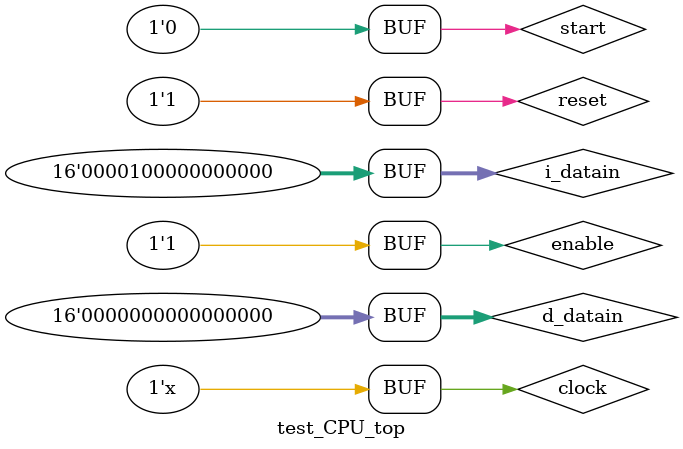
<source format=v>
`timescale 1ns / 1ps
`define exec 1'b1
`define idle 1'b0
`define HALT 5'b00001
`define LOAD 5'b00010
`define STORE 5'b00011
`define ADD 5'b01000
`define BZ 5'b11010
`define BN 5'b11100
`define CMP 5'b01100
`define gr0 3'b000
`define gr1 3'b001
`define gr2 3'b010
`define gr3 3'b011
`define NOP 5'b00000

module test_CPU_top;

	// Inputs
	reg reset;
	reg clock;
	reg enable;
	reg start;
	reg [15:0] i_datain;
	reg [15:0] d_datain;

	// Outputs
	wire d_we;
	wire [7:0] i_addr;
	wire [7:0] d_addr;
	wire [15:0] d_dataout;

	// Instantiate the Unit Under Test (UUT)
	CPU_top uut (
		.reset(reset), 
		.clock(clock), 
		.enable(enable), 
		.start(start), 
		.i_datain(i_datain), 
		.d_datain(d_datain), 
		.d_we(d_we), 
		.i_addr(i_addr), 
		.d_addr(d_addr), 
		.d_dataout(d_dataout)
	);
	always #5 clock = ~clock;
	initial begin
		//************************************************//
		//* You need to complete the testbench below     *//
		//* by yourself according to your operation set  *//
		//************************************************//

		//************* test pattern *************//	
		/*
		$display("pc:\tid_ir:\t\treg_A:\treg_B:\treg_C:\td_addr:\td_dataout:\td_we:\treC1:\tgr1:\tgr2:\tgr3");
		$monitor("%h:\t%b:\t%h:\t%h:\t%h:\t%h:\t%h:\t%b:\t%h:\t%h:\t%h:\t%h", 
			uut.pc, uut.id_ir, uut.reg_A, uut.reg_B, uut.reg_C,
			d_addr, d_dataout, d_we, uut.reg_C1, uut.gr[1], uut.gr[2], uut.gr[3], uut.zf);
		*/
		$monitor("%h %h %h",uut.pc, uut.reg_C, uut.nf);
		enable <= 1; start <= 0; i_datain <= 0; d_datain <= 0; clock <= 0;

		#10 reset <= 0;
		#10 reset <= 1;
		#10 enable <= 1;
		#10 start <=1;
		#10 start <= 0;
		
		#10 i_datain <= {`NOP, 11'b000_0000_0000};
		#10 i_datain <= {`NOP, 11'b000_0000_0000};
		#10 i_datain <= {`NOP, 11'b000_0000_0000};
		#10 i_datain <= 16'b01000_001_0001_0001;
		#10 i_datain <= {`NOP, 11'b000_0000_0000};
		#10 i_datain <= {`NOP, 11'b000_0000_0000};
		#10 i_datain <= {`NOP, 11'b000_0000_0000};
		#10 i_datain <= {`NOP, 11'b000_0000_0000};
		#10 i_datain <= {`NOP, 11'b000_0000_0000};
		#10 i_datain <= 16'b01001_010_0000_0001;
		#10 i_datain <= {`NOP, 11'b000_0000_0000};
		#10 i_datain <= {`NOP, 11'b000_0000_0000};
		#10 i_datain <= {`NOP, 11'b000_0000_0000};
		#10 i_datain <= {`NOP, 11'b000_0000_0000};
		#10 i_datain <= {`NOP, 11'b000_0000_0000};
		#10 i_datain <= {`HALT, 11'b000_0000_0000};
		/*
			i_datain <= {`LOAD, `gr1, 1'b0, `gr0, 4'b0000};
		#10 i_datain <= {`LOAD, `gr2, 1'b0, `gr0, 4'b0001};
		#10 i_datain <= {`NOP, 11'b000_0000_0000};
		#10 i_datain <= {`NOP, 11'b000_0000_0000};
			d_datain <=16'h00AB;  // 3 clk later from LOAD
		#10 i_datain <= {`NOP, 11'b000_0000_0000};
			d_datain <=16'h3C00;  // 3 clk later from LOAD
		#10 i_datain <= {`ADD, `gr3, 1'b0, `gr1, 1'b0, `gr2};
		#10 i_datain <= {`NOP, 11'b000_0000_0000};
		#10 i_datain <= {`NOP, 11'b000_0000_0000};
		#10 i_datain <= {`NOP, 11'b000_0000_0000};
		#10 i_datain <= {`STORE, `gr3, 1'b0, `gr0, 4'b0010};
		#10 i_datain <= {`HALT, 11'b000_0000_0000};
		*/
	end
      
endmodule


</source>
